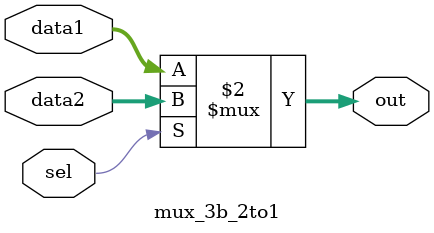
<source format=v>
`timescale 1ns/100ps

module mux_3b_2to1(
    input [2:0] data1,
    input [2:0] data2,
    output [2:0] out,
    input sel
);
    assign #1 out = (sel == 1'b1) ? data2 : data1;
endmodule
</source>
